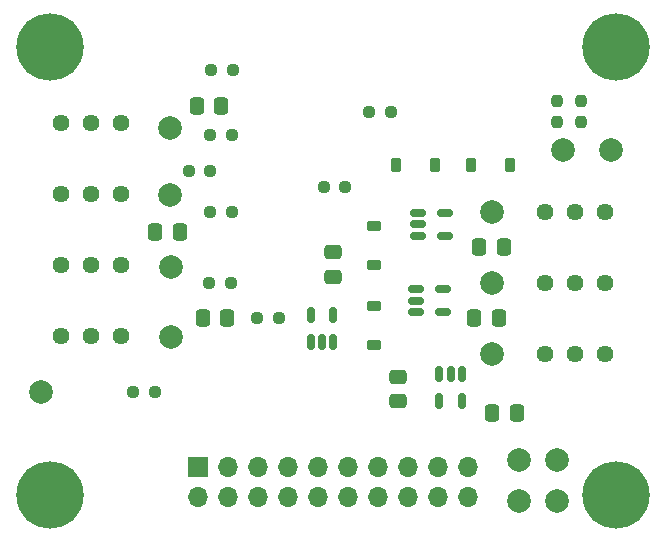
<source format=gbr>
%TF.GenerationSoftware,KiCad,Pcbnew,7.0.11-rc3*%
%TF.CreationDate,2025-03-16T23:21:53+08:00*%
%TF.ProjectId,BSPD,42535044-2e6b-4696-9361-645f70636258,rev?*%
%TF.SameCoordinates,PX731bc60PY731bc60*%
%TF.FileFunction,Soldermask,Bot*%
%TF.FilePolarity,Negative*%
%FSLAX46Y46*%
G04 Gerber Fmt 4.6, Leading zero omitted, Abs format (unit mm)*
G04 Created by KiCad (PCBNEW 7.0.11-rc3) date 2025-03-16 23:21:53*
%MOMM*%
%LPD*%
G01*
G04 APERTURE LIST*
G04 Aperture macros list*
%AMRoundRect*
0 Rectangle with rounded corners*
0 $1 Rounding radius*
0 $2 $3 $4 $5 $6 $7 $8 $9 X,Y pos of 4 corners*
0 Add a 4 corners polygon primitive as box body*
4,1,4,$2,$3,$4,$5,$6,$7,$8,$9,$2,$3,0*
0 Add four circle primitives for the rounded corners*
1,1,$1+$1,$2,$3*
1,1,$1+$1,$4,$5*
1,1,$1+$1,$6,$7*
1,1,$1+$1,$8,$9*
0 Add four rect primitives between the rounded corners*
20,1,$1+$1,$2,$3,$4,$5,0*
20,1,$1+$1,$4,$5,$6,$7,0*
20,1,$1+$1,$6,$7,$8,$9,0*
20,1,$1+$1,$8,$9,$2,$3,0*%
G04 Aperture macros list end*
%ADD10C,1.440000*%
%ADD11C,2.000000*%
%ADD12C,5.700000*%
%ADD13RoundRect,0.250000X0.475000X-0.337500X0.475000X0.337500X-0.475000X0.337500X-0.475000X-0.337500X0*%
%ADD14RoundRect,0.150000X-0.150000X0.512500X-0.150000X-0.512500X0.150000X-0.512500X0.150000X0.512500X0*%
%ADD15R,1.700000X1.700000*%
%ADD16O,1.700000X1.700000*%
%ADD17RoundRect,0.237500X-0.250000X-0.237500X0.250000X-0.237500X0.250000X0.237500X-0.250000X0.237500X0*%
%ADD18RoundRect,0.225000X-0.225000X-0.375000X0.225000X-0.375000X0.225000X0.375000X-0.225000X0.375000X0*%
%ADD19RoundRect,0.250000X-0.337500X-0.475000X0.337500X-0.475000X0.337500X0.475000X-0.337500X0.475000X0*%
%ADD20RoundRect,0.150000X-0.512500X-0.150000X0.512500X-0.150000X0.512500X0.150000X-0.512500X0.150000X0*%
%ADD21RoundRect,0.250000X0.337500X0.475000X-0.337500X0.475000X-0.337500X-0.475000X0.337500X-0.475000X0*%
%ADD22RoundRect,0.237500X0.250000X0.237500X-0.250000X0.237500X-0.250000X-0.237500X0.250000X-0.237500X0*%
%ADD23RoundRect,0.225000X-0.375000X0.225000X-0.375000X-0.225000X0.375000X-0.225000X0.375000X0.225000X0*%
%ADD24RoundRect,0.237500X0.237500X-0.250000X0.237500X0.250000X-0.237500X0.250000X-0.237500X-0.250000X0*%
%ADD25RoundRect,0.237500X-0.237500X0.250000X-0.237500X-0.250000X0.237500X-0.250000X0.237500X0.250000X0*%
%ADD26RoundRect,0.150000X0.150000X-0.512500X0.150000X0.512500X-0.150000X0.512500X-0.150000X-0.512500X0*%
G04 APERTURE END LIST*
D10*
%TO.C,RV5*%
X46840000Y-19300000D03*
X44300000Y-19300000D03*
X41760000Y-19300000D03*
%TD*%
D11*
%TO.C,TP14*%
X47300000Y-14050000D03*
%TD*%
D12*
%TO.C,H1*%
X47800000Y-5300000D03*
%TD*%
%TO.C,H3*%
X-200000Y-43300000D03*
%TD*%
D11*
%TO.C,TP1*%
X10000000Y-12200000D03*
%TD*%
%TO.C,TP9*%
X42800000Y-40300000D03*
%TD*%
D10*
%TO.C,RV6*%
X46840000Y-25300000D03*
X44300000Y-25300000D03*
X41760000Y-25300000D03*
%TD*%
D12*
%TO.C,H2*%
X47800000Y-43300000D03*
%TD*%
D11*
%TO.C,TP7*%
X37300000Y-31300000D03*
%TD*%
D10*
%TO.C,RV7*%
X46840000Y-31300000D03*
X44300000Y-31300000D03*
X41760000Y-31300000D03*
%TD*%
%TO.C,RV2*%
X760000Y-17800000D03*
X3300000Y-17800000D03*
X5840000Y-17800000D03*
%TD*%
D12*
%TO.C,H4*%
X-200000Y-5300000D03*
%TD*%
D11*
%TO.C,TP12*%
X42800000Y-43800000D03*
%TD*%
D10*
%TO.C,RV4*%
X760000Y-29800000D03*
X3300000Y-29800000D03*
X5840000Y-29800000D03*
%TD*%
%TO.C,RV3*%
X760000Y-23800000D03*
X3300000Y-23800000D03*
X5840000Y-23800000D03*
%TD*%
D11*
%TO.C,TP11*%
X39550000Y-43800000D03*
%TD*%
%TO.C,TP4*%
X10100000Y-29900000D03*
%TD*%
%TO.C,TP6*%
X37300000Y-25300000D03*
%TD*%
%TO.C,TP10*%
X39550000Y-40300000D03*
%TD*%
%TO.C,TP3*%
X10100000Y-24000000D03*
%TD*%
%TO.C,TP16*%
X-950000Y-34550000D03*
%TD*%
%TO.C,TP5*%
X37300000Y-19300000D03*
%TD*%
D10*
%TO.C,RV1*%
X760000Y-11800000D03*
X3300000Y-11800000D03*
X5840000Y-11800000D03*
%TD*%
D11*
%TO.C,TP2*%
X10000000Y-17900000D03*
%TD*%
%TO.C,TP13*%
X43300000Y-14050000D03*
%TD*%
D13*
%TO.C,C14*%
X29300000Y-35337500D03*
X29300000Y-33262500D03*
%TD*%
D14*
%TO.C,U10*%
X32800000Y-33025000D03*
X33750000Y-33025000D03*
X34700000Y-33025000D03*
X34700000Y-35300000D03*
X32800000Y-35300000D03*
%TD*%
D15*
%TO.C,J2*%
X12375000Y-40930000D03*
D16*
X12375000Y-43470000D03*
X14915000Y-40930000D03*
X14915000Y-43470000D03*
X17455000Y-40930000D03*
X17455000Y-43470000D03*
X19995000Y-40930000D03*
X19995000Y-43470000D03*
X22535000Y-40930000D03*
X22535000Y-43470000D03*
X25075000Y-40930000D03*
X25075000Y-43470000D03*
X27615000Y-40930000D03*
X27615000Y-43470000D03*
X30155000Y-40930000D03*
X30155000Y-43470000D03*
X32695000Y-40930000D03*
X32695000Y-43470000D03*
X35235000Y-40930000D03*
X35235000Y-43470000D03*
%TD*%
D17*
%TO.C,R3*%
X13400000Y-12800000D03*
X15225000Y-12800000D03*
%TD*%
D18*
%TO.C,D18*%
X35500000Y-15300000D03*
X38800000Y-15300000D03*
%TD*%
D19*
%TO.C,C19*%
X12262500Y-10300000D03*
X14337500Y-10300000D03*
%TD*%
D18*
%TO.C,D5*%
X29150000Y-15300000D03*
X32450000Y-15300000D03*
%TD*%
D17*
%TO.C,R6*%
X13300000Y-25300000D03*
X15125000Y-25300000D03*
%TD*%
%TO.C,R1*%
X13475000Y-7300000D03*
X15300000Y-7300000D03*
%TD*%
%TO.C,R4*%
X13387500Y-19300000D03*
X15212500Y-19300000D03*
%TD*%
D13*
%TO.C,C2*%
X23800000Y-24800000D03*
X23800000Y-22725000D03*
%TD*%
D17*
%TO.C,R37*%
X6887500Y-34550000D03*
X8712500Y-34550000D03*
%TD*%
D20*
%TO.C,U8*%
X31025000Y-21300000D03*
X31025000Y-20350000D03*
X31025000Y-19400000D03*
X33300000Y-19400000D03*
X33300000Y-21300000D03*
%TD*%
D21*
%TO.C,C16*%
X10837500Y-21000000D03*
X8762500Y-21000000D03*
%TD*%
D22*
%TO.C,R7*%
X13412500Y-15800000D03*
X11587500Y-15800000D03*
%TD*%
D17*
%TO.C,R8*%
X26862500Y-10800000D03*
X28687500Y-10800000D03*
%TD*%
D21*
%TO.C,C1*%
X14837500Y-28300000D03*
X12762500Y-28300000D03*
%TD*%
D19*
%TO.C,C15*%
X36162500Y-22300000D03*
X38237500Y-22300000D03*
%TD*%
D23*
%TO.C,D6*%
X27300000Y-20500000D03*
X27300000Y-23800000D03*
%TD*%
D22*
%TO.C,R12*%
X19212500Y-28300000D03*
X17387500Y-28300000D03*
%TD*%
D24*
%TO.C,R5*%
X42800000Y-11712500D03*
X42800000Y-9887500D03*
%TD*%
D19*
%TO.C,C5*%
X37262500Y-36300000D03*
X39337500Y-36300000D03*
%TD*%
D17*
%TO.C,R10*%
X23000000Y-17200000D03*
X24825000Y-17200000D03*
%TD*%
D20*
%TO.C,U9*%
X30800000Y-27750000D03*
X30800000Y-26800000D03*
X30800000Y-25850000D03*
X33075000Y-25850000D03*
X33075000Y-27750000D03*
%TD*%
D25*
%TO.C,R39*%
X44800000Y-9887500D03*
X44800000Y-11712500D03*
%TD*%
D26*
%TO.C,U13*%
X23800000Y-30300000D03*
X22850000Y-30300000D03*
X21900000Y-30300000D03*
X21900000Y-28025000D03*
X23800000Y-28025000D03*
%TD*%
D19*
%TO.C,C13*%
X35762500Y-28300000D03*
X37837500Y-28300000D03*
%TD*%
D23*
%TO.C,D7*%
X27300000Y-27300000D03*
X27300000Y-30600000D03*
%TD*%
M02*

</source>
